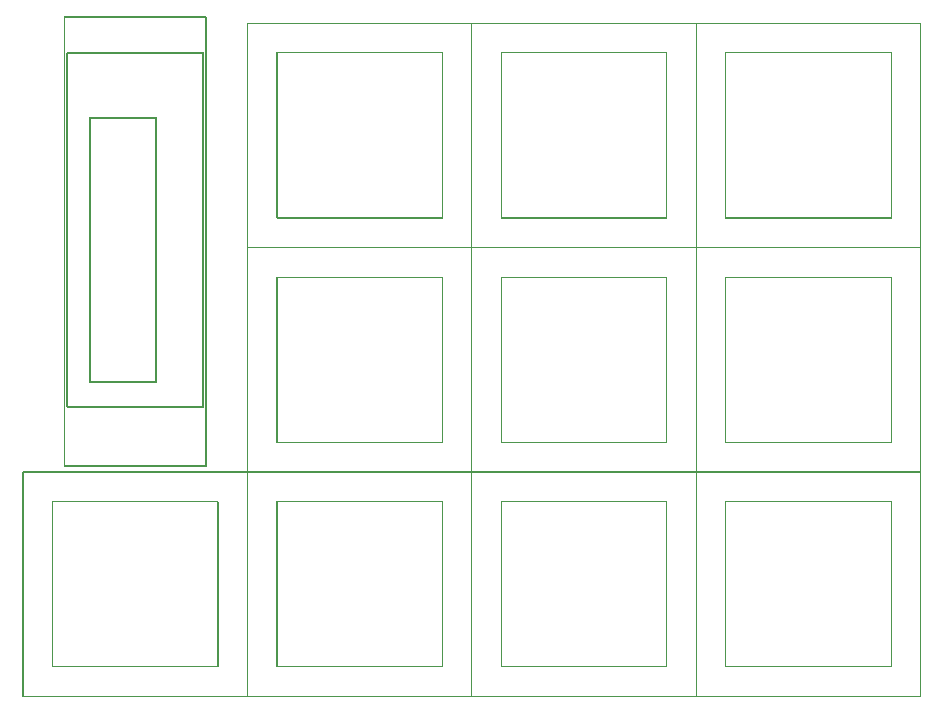
<source format=gbr>
G04 pcbflow Gerber RS-274X export*
G75*
%MOMM*%
%FSLAX34Y34*%
%LPD*%
%INTop Documentation*%
%IPPOS*%
%AMOC8*
5,1,8,0,0,1.08239X$1,22.5*%
G01*
%ADD10C,0.010000*%
%TF.FileFunction,AssemblyDrawing,Top*%G36*
X-000500Y0000000D02*
X-000500Y0000000D01*
X-000500Y0190000D01*
X-000462Y0190191D01*
X-000354Y0190354D01*
X-000191Y0190462D01*
X0000000Y0190500D01*
X0000000Y0190500D01*
X0094625Y0190500D01*
X0094625Y0189500D01*
X0000500Y0189500D01*
X0000500Y0000500D01*
X0094625Y0000500D01*
X0094625Y-000500D01*
X0000000Y-000500D01*
X0000000Y-000500D01*
X-000020Y-000496D01*
X-000191Y-000462D01*
X-000191Y-000462D01*
X-000191Y-000462D01*
X-000313Y-000381D01*
X-000354Y-000354D01*
X-000354Y-000354D01*
X-000354Y-000354D01*
X-000462Y-000191D01*
X-000462Y-000191D01*
X-000490Y-000048D01*
X-000500Y0000000D01*
G37*

G36*
X0189500Y0190500D02*
X0189500Y0380000D01*
X0189500Y0570000D01*
X0189538Y0570191D01*
X0189646Y0570354D01*
X0189750Y0570423D01*
X0189750Y-000500D01*
X0094625Y-000500D01*
X0094625Y0000500D01*
X0189500Y0000500D01*
X0189500Y0189500D01*
X0094625Y0189500D01*
X0094625Y0190500D01*
X0189500Y0190500D01*
G37*

G36*
X0190000Y0570500D02*
X0284875Y0570500D01*
X0284875Y0569500D01*
X0190500Y0569500D01*
X0190500Y0380500D01*
X0284875Y0380500D01*
X0284875Y0379500D01*
X0190500Y0379500D01*
X0190500Y0190500D01*
X0284875Y0190500D01*
X0284875Y0189500D01*
X0190500Y0189500D01*
X0190500Y0000500D01*
X0284875Y0000500D01*
X0284875Y-000500D01*
X0190000Y-000500D01*
X0189750Y-000500D01*
X0189750Y0570423D01*
X0189809Y0570462D01*
X0190000Y0570500D01*
G37*

G36*
X0380000Y0570500D02*
X0380000Y-000500D01*
X0284875Y-000500D01*
X0284875Y0000500D01*
X0379500Y0000500D01*
X0379500Y0189500D01*
X0284875Y0189500D01*
X0284875Y0190500D01*
X0379500Y0190500D01*
X0379500Y0379500D01*
X0284875Y0379500D01*
X0284875Y0380500D01*
X0379500Y0380500D01*
X0379500Y0569500D01*
X0284875Y0569500D01*
X0284875Y0570500D01*
X0380000Y0570500D01*
G37*

G36*
X0380000Y-000500D02*
X0380000Y0570500D01*
X0475125Y0570500D01*
X0475125Y0569500D01*
X0380500Y0569500D01*
X0380500Y0380500D01*
X0475125Y0380500D01*
X0475125Y0379500D01*
X0380500Y0379500D01*
X0380500Y0190500D01*
X0475125Y0190500D01*
X0475125Y0189500D01*
X0380500Y0189500D01*
X0380500Y0000500D01*
X0475125Y0000500D01*
X0475125Y-000500D01*
X0380000Y-000500D01*
G37*

G36*
X0570250Y-000500D02*
X0570000Y-000500D01*
X0475125Y-000500D01*
X0475125Y0000500D01*
X0569500Y0000500D01*
X0569500Y0189500D01*
X0475125Y0189500D01*
X0475125Y0190500D01*
X0569500Y0190500D01*
X0569500Y0379500D01*
X0475125Y0379500D01*
X0475125Y0380500D01*
X0569500Y0380500D01*
X0569500Y0569500D01*
X0475125Y0569500D01*
X0475125Y0570500D01*
X0570000Y0570500D01*
X0570250Y0570500D01*
X0570250Y-000500D01*
G37*

G36*
X0570250Y-000500D02*
X0570250Y0570500D01*
X0665375Y0570500D01*
X0665375Y0569500D01*
X0570500Y0569500D01*
X0570500Y0380500D01*
X0665375Y0380500D01*
X0665375Y0379500D01*
X0570500Y0379500D01*
X0570500Y0190500D01*
X0665375Y0190500D01*
X0665375Y0189500D01*
X0570500Y0189500D01*
X0570500Y0000500D01*
X0665375Y0000500D01*
X0665375Y-000500D01*
X0570250Y-000500D01*
G37*

G36*
X0760191Y0570462D02*
X0760354Y0570354D01*
X0760462Y0570191D01*
X0760500Y0570000D01*
X0760500Y0380000D01*
X0760500Y0190000D01*
X0760500Y0000000D01*
X0760462Y-000191D01*
X0760354Y-000354D01*
X0760191Y-000462D01*
X0760000Y-000500D01*
X0665375Y-000500D01*
X0665375Y0000500D01*
X0759500Y0000500D01*
X0759500Y0189500D01*
X0665375Y0189500D01*
X0665375Y0190500D01*
X0759500Y0190500D01*
X0759500Y0379500D01*
X0665375Y0379500D01*
X0665375Y0380500D01*
X0759500Y0380500D01*
X0759500Y0569500D01*
X0665375Y0569500D01*
X0665375Y0570500D01*
X0760000Y0570500D01*
X0760191Y0570462D01*
G37*

G36*
X0025000Y0024500D02*
X0024809Y0024538D01*
X0024646Y0024646D01*
X0024538Y0024809D01*
X0024500Y0025000D01*
X0024500Y0165000D01*
X0024538Y0165191D01*
X0024646Y0165354D01*
X0024809Y0165462D01*
X0025000Y0165500D01*
X0095000Y0165500D01*
X0095000Y0164500D01*
X0025500Y0164500D01*
X0025500Y0025500D01*
X0095000Y0025500D01*
X0095000Y0024500D01*
X0025000Y0024500D01*
G37*

G36*
X0095000Y0024500D02*
X0095000Y0025500D01*
X0164500Y0025500D01*
X0164500Y0164500D01*
X0095000Y0164500D01*
X0095000Y0165500D01*
X0165000Y0165500D01*
X0165191Y0165462D01*
X0165354Y0165354D01*
X0165462Y0165191D01*
X0165500Y0165000D01*
X0165500Y0025000D01*
X0165462Y0024809D01*
X0165354Y0024646D01*
X0165191Y0024538D01*
X0165000Y0024500D01*
X0095000Y0024500D01*
G37*

G36*
X0035000Y0194250D02*
X0035000Y0194250D01*
X0035000Y0194250D01*
X0034927Y0194257D01*
X0034854Y0194264D01*
X0034854Y0194264D01*
X0034854Y0194264D01*
X0034783Y0194286D01*
X0034713Y0194307D01*
X0034713Y0194307D01*
X0034713Y0194307D01*
X0034648Y0194342D01*
X0034583Y0194376D01*
X0034583Y0194376D01*
X0034583Y0194376D01*
X0034527Y0194423D01*
X0034470Y0194470D01*
X0034470Y0194470D01*
X0034470Y0194470D01*
X0034423Y0194526D01*
X0034376Y0194583D01*
X0034376Y0194583D01*
X0034376Y0194583D01*
X0034342Y0194648D01*
X0034307Y0194713D01*
X0034307Y0194713D01*
X0034307Y0194713D01*
X0034286Y0194783D01*
X0034264Y0194854D01*
X0034264Y0194854D01*
X0034264Y0194854D01*
X0034257Y0194927D01*
X0034250Y0195000D01*
X0034250Y0195000D01*
X0034250Y0195000D01*
X0034250Y0575000D01*
X0034264Y0575146D01*
X0034307Y0575287D01*
X0034376Y0575417D01*
X0034470Y0575530D01*
X0034583Y0575624D01*
X0034713Y0575693D01*
X0034854Y0575736D01*
X0035000Y0575750D01*
X0095000Y0575750D01*
X0095000Y0574250D01*
X0035750Y0574250D01*
X0035750Y0195750D01*
X0095000Y0195750D01*
X0095000Y0194250D01*
X0035000Y0194250D01*
G37*

G36*
X0155714Y0194783D02*
X0155693Y0194713D01*
X0155693Y0194713D01*
X0155693Y0194713D01*
X0155658Y0194648D01*
X0155624Y0194583D01*
X0155624Y0194583D01*
X0155624Y0194583D01*
X0155577Y0194527D01*
X0155530Y0194470D01*
X0155530Y0194470D01*
X0155530Y0194470D01*
X0155474Y0194423D01*
X0155417Y0194376D01*
X0155417Y0194376D01*
X0155417Y0194376D01*
X0155352Y0194342D01*
X0155287Y0194307D01*
X0155287Y0194307D01*
X0155287Y0194307D01*
X0155217Y0194286D01*
X0155146Y0194264D01*
X0155146Y0194264D01*
X0155146Y0194264D01*
X0155073Y0194257D01*
X0155000Y0194250D01*
X0095000Y0194250D01*
X0095000Y0195750D01*
X0154250Y0195750D01*
X0154250Y0574250D01*
X0095000Y0574250D01*
X0095000Y0575750D01*
X0155000Y0575750D01*
X0155146Y0575736D01*
X0155287Y0575693D01*
X0155417Y0575624D01*
X0155530Y0575530D01*
X0155624Y0575417D01*
X0155693Y0575287D01*
X0155736Y0575146D01*
X0155750Y0575000D01*
X0155750Y0195000D01*
X0155750Y0195000D01*
X0155743Y0194927D01*
X0155736Y0194854D01*
X0155736Y0194854D01*
X0155736Y0194854D01*
X0155714Y0194783D01*
G37*

G36*
X0037500Y0244250D02*
X0037500Y0244250D01*
X0037500Y0244250D01*
X0037427Y0244257D01*
X0037354Y0244264D01*
X0037354Y0244264D01*
X0037354Y0244264D01*
X0037283Y0244286D01*
X0037213Y0244307D01*
X0037213Y0244307D01*
X0037213Y0244307D01*
X0037148Y0244342D01*
X0037083Y0244376D01*
X0037083Y0244376D01*
X0037083Y0244376D01*
X0037027Y0244423D01*
X0036970Y0244470D01*
X0036970Y0244470D01*
X0036970Y0244470D01*
X0036923Y0244526D01*
X0036876Y0244583D01*
X0036876Y0244583D01*
X0036876Y0244583D01*
X0036842Y0244648D01*
X0036807Y0244713D01*
X0036807Y0244713D01*
X0036807Y0244713D01*
X0036786Y0244783D01*
X0036764Y0244854D01*
X0036764Y0244854D01*
X0036764Y0244854D01*
X0036757Y0244927D01*
X0036750Y0245000D01*
X0036750Y0245000D01*
X0036750Y0245000D01*
X0036750Y0545000D01*
X0036764Y0545146D01*
X0036807Y0545287D01*
X0036876Y0545417D01*
X0036970Y0545530D01*
X0037083Y0545624D01*
X0037213Y0545693D01*
X0037354Y0545736D01*
X0037500Y0545750D01*
X0095000Y0545750D01*
X0095000Y0544250D01*
X0038250Y0544250D01*
X0038250Y0245750D01*
X0095000Y0245750D01*
X0095000Y0244250D01*
X0037500Y0244250D01*
G37*

G36*
X0153214Y0244783D02*
X0153193Y0244713D01*
X0153193Y0244713D01*
X0153193Y0244713D01*
X0153158Y0244648D01*
X0153124Y0244583D01*
X0153124Y0244583D01*
X0153124Y0244583D01*
X0153077Y0244526D01*
X0153030Y0244470D01*
X0153030Y0244470D01*
X0153030Y0244470D01*
X0152974Y0244423D01*
X0152917Y0244376D01*
X0152917Y0244376D01*
X0152917Y0244376D01*
X0152852Y0244342D01*
X0152787Y0244307D01*
X0152787Y0244307D01*
X0152787Y0244307D01*
X0152717Y0244286D01*
X0152646Y0244264D01*
X0152646Y0244264D01*
X0152646Y0244264D01*
X0152573Y0244257D01*
X0152500Y0244250D01*
X0095000Y0244250D01*
X0095000Y0245750D01*
X0151750Y0245750D01*
X0151750Y0544250D01*
X0095000Y0544250D01*
X0095000Y0545750D01*
X0152500Y0545750D01*
X0152646Y0545736D01*
X0152787Y0545693D01*
X0152917Y0545624D01*
X0153030Y0545530D01*
X0153124Y0545417D01*
X0153193Y0545287D01*
X0153236Y0545146D01*
X0153250Y0545000D01*
X0153250Y0245000D01*
X0153250Y0245000D01*
X0153243Y0244927D01*
X0153236Y0244854D01*
X0153236Y0244854D01*
X0153236Y0244854D01*
X0153214Y0244783D01*
G37*

G36*
X0056600Y0265250D02*
X0056454Y0265264D01*
X0056313Y0265307D01*
X0056183Y0265376D01*
X0056070Y0265470D01*
X0055976Y0265583D01*
X0055907Y0265713D01*
X0055864Y0265854D01*
X0055850Y0266000D01*
X0055850Y0489800D01*
X0055864Y0489946D01*
X0055907Y0490087D01*
X0055976Y0490217D01*
X0056070Y0490330D01*
X0056183Y0490424D01*
X0056313Y0490493D01*
X0056454Y0490536D01*
X0056600Y0490550D01*
X0084500Y0490550D01*
X0084500Y0489050D01*
X0057350Y0489050D01*
X0057350Y0266750D01*
X0084500Y0266750D01*
X0084500Y0265250D01*
X0056600Y0265250D01*
G37*

G36*
X0112546Y0265264D02*
X0112400Y0265250D01*
X0084500Y0265250D01*
X0084500Y0266750D01*
X0111650Y0266750D01*
X0111650Y0489050D01*
X0084500Y0489050D01*
X0084500Y0490550D01*
X0112400Y0490550D01*
X0112546Y0490536D01*
X0112687Y0490493D01*
X0112817Y0490424D01*
X0112930Y0490330D01*
X0113024Y0490217D01*
X0113093Y0490087D01*
X0113136Y0489946D01*
X0113150Y0489800D01*
X0113150Y0266000D01*
X0113136Y0265854D01*
X0113093Y0265713D01*
X0113024Y0265583D01*
X0112930Y0265470D01*
X0112817Y0265376D01*
X0112687Y0265307D01*
X0112546Y0265264D01*
G37*

G36*
X0214809Y0024538D02*
X0214646Y0024646D01*
X0214538Y0024809D01*
X0214500Y0025000D01*
X0214500Y0165000D01*
X0214538Y0165191D01*
X0214646Y0165354D01*
X0214809Y0165462D01*
X0215000Y0165500D01*
X0285000Y0165500D01*
X0285000Y0164500D01*
X0215500Y0164500D01*
X0215500Y0025500D01*
X0285000Y0025500D01*
X0285000Y0024500D01*
X0215000Y0024500D01*
X0214809Y0024538D01*
G37*

G36*
X0355000Y0165500D02*
X0355191Y0165462D01*
X0355354Y0165354D01*
X0355462Y0165191D01*
X0355500Y0165000D01*
X0355500Y0025000D01*
X0355462Y0024809D01*
X0355354Y0024646D01*
X0355191Y0024538D01*
X0355000Y0024500D01*
X0285000Y0024500D01*
X0285000Y0025500D01*
X0354500Y0025500D01*
X0354500Y0164500D01*
X0285000Y0164500D01*
X0285000Y0165500D01*
X0355000Y0165500D01*
G37*

G36*
X0214646Y0214646D02*
X0214538Y0214809D01*
X0214500Y0215000D01*
X0214500Y0355000D01*
X0214538Y0355191D01*
X0214646Y0355354D01*
X0214809Y0355462D01*
X0215000Y0355500D01*
X0285000Y0355500D01*
X0285000Y0354500D01*
X0215500Y0354500D01*
X0215500Y0215500D01*
X0285000Y0215500D01*
X0285000Y0214500D01*
X0215000Y0214500D01*
X0214809Y0214538D01*
X0214646Y0214646D01*
G37*

G36*
X0355000Y0355500D02*
X0355191Y0355462D01*
X0355354Y0355354D01*
X0355462Y0355191D01*
X0355500Y0355000D01*
X0355500Y0215000D01*
X0355462Y0214809D01*
X0355354Y0214646D01*
X0355191Y0214538D01*
X0355000Y0214500D01*
X0285000Y0214500D01*
X0285000Y0215500D01*
X0354500Y0215500D01*
X0354500Y0354500D01*
X0285000Y0354500D01*
X0285000Y0355500D01*
X0355000Y0355500D01*
G37*

G36*
X0215000Y0404500D02*
X0214809Y0404538D01*
X0214646Y0404646D01*
X0214538Y0404809D01*
X0214500Y0405000D01*
X0214500Y0545000D01*
X0214538Y0545191D01*
X0214646Y0545354D01*
X0214809Y0545462D01*
X0215000Y0545500D01*
X0285000Y0545500D01*
X0285000Y0544500D01*
X0215500Y0544500D01*
X0215500Y0405500D01*
X0285000Y0405500D01*
X0285000Y0404500D01*
X0215000Y0404500D01*
G37*

G36*
X0285000Y0404500D02*
X0285000Y0405500D01*
X0354500Y0405500D01*
X0354500Y0544500D01*
X0285000Y0544500D01*
X0285000Y0545500D01*
X0355000Y0545500D01*
X0355191Y0545462D01*
X0355354Y0545354D01*
X0355462Y0545191D01*
X0355500Y0545000D01*
X0355500Y0405000D01*
X0355462Y0404809D01*
X0355354Y0404646D01*
X0355191Y0404538D01*
X0355000Y0404500D01*
X0285000Y0404500D01*
G37*

G36*
X0405000Y0024500D02*
X0404809Y0024538D01*
X0404646Y0024646D01*
X0404538Y0024809D01*
X0404500Y0025000D01*
X0404500Y0165000D01*
X0404538Y0165191D01*
X0404646Y0165354D01*
X0404809Y0165462D01*
X0405000Y0165500D01*
X0475000Y0165500D01*
X0475000Y0164500D01*
X0405500Y0164500D01*
X0405500Y0025500D01*
X0475000Y0025500D01*
X0475000Y0024500D01*
X0405000Y0024500D01*
G37*

G36*
X0475000Y0024500D02*
X0475000Y0025500D01*
X0544500Y0025500D01*
X0544500Y0164500D01*
X0475000Y0164500D01*
X0475000Y0165500D01*
X0545000Y0165500D01*
X0545191Y0165462D01*
X0545354Y0165354D01*
X0545462Y0165191D01*
X0545500Y0165000D01*
X0545500Y0025000D01*
X0545462Y0024809D01*
X0545354Y0024646D01*
X0545191Y0024538D01*
X0545000Y0024500D01*
X0475000Y0024500D01*
G37*

G36*
X0405000Y0214500D02*
X0404809Y0214538D01*
X0404646Y0214646D01*
X0404538Y0214809D01*
X0404500Y0215000D01*
X0404500Y0355000D01*
X0404538Y0355191D01*
X0404646Y0355354D01*
X0404809Y0355462D01*
X0405000Y0355500D01*
X0475000Y0355500D01*
X0475000Y0354500D01*
X0405500Y0354500D01*
X0405500Y0215500D01*
X0475000Y0215500D01*
X0475000Y0214500D01*
X0405000Y0214500D01*
G37*

G36*
X0545000Y0214500D02*
X0475000Y0214500D01*
X0475000Y0215500D01*
X0544500Y0215500D01*
X0544500Y0354500D01*
X0475000Y0354500D01*
X0475000Y0355500D01*
X0545000Y0355500D01*
X0545191Y0355462D01*
X0545354Y0355354D01*
X0545462Y0355191D01*
X0545500Y0355000D01*
X0545500Y0215000D01*
X0545462Y0214809D01*
X0545354Y0214646D01*
X0545191Y0214538D01*
X0545000Y0214500D01*
G37*

G36*
X0404646Y0404646D02*
X0404538Y0404809D01*
X0404500Y0405000D01*
X0404500Y0545000D01*
X0404538Y0545191D01*
X0404646Y0545354D01*
X0404809Y0545462D01*
X0405000Y0545500D01*
X0475000Y0545500D01*
X0475000Y0544500D01*
X0405500Y0544500D01*
X0405500Y0405500D01*
X0475000Y0405500D01*
X0475000Y0404500D01*
X0405000Y0404500D01*
X0404809Y0404538D01*
X0404646Y0404646D01*
G37*

G36*
X0545000Y0545500D02*
X0545191Y0545462D01*
X0545354Y0545354D01*
X0545462Y0545191D01*
X0545500Y0545000D01*
X0545500Y0405000D01*
X0545462Y0404809D01*
X0545354Y0404646D01*
X0545191Y0404538D01*
X0545000Y0404500D01*
X0475000Y0404500D01*
X0475000Y0405500D01*
X0544500Y0405500D01*
X0544500Y0544500D01*
X0475000Y0544500D01*
X0475000Y0545500D01*
X0545000Y0545500D01*
G37*

G36*
X0594809Y0024538D02*
X0594646Y0024646D01*
X0594538Y0024809D01*
X0594500Y0025000D01*
X0594500Y0165000D01*
X0594538Y0165191D01*
X0594646Y0165354D01*
X0594809Y0165462D01*
X0595000Y0165500D01*
X0665000Y0165500D01*
X0665000Y0164500D01*
X0595500Y0164500D01*
X0595500Y0025500D01*
X0665000Y0025500D01*
X0665000Y0024500D01*
X0595000Y0024500D01*
X0594809Y0024538D01*
G37*

G36*
X0735000Y0165500D02*
X0735191Y0165462D01*
X0735354Y0165354D01*
X0735462Y0165191D01*
X0735500Y0165000D01*
X0735500Y0025000D01*
X0735462Y0024809D01*
X0735354Y0024646D01*
X0735191Y0024538D01*
X0735000Y0024500D01*
X0665000Y0024500D01*
X0665000Y0025500D01*
X0734500Y0025500D01*
X0734500Y0164500D01*
X0665000Y0164500D01*
X0665000Y0165500D01*
X0735000Y0165500D01*
G37*

G36*
X0595000Y0214500D02*
X0594809Y0214538D01*
X0594646Y0214646D01*
X0594538Y0214809D01*
X0594500Y0215000D01*
X0594500Y0355000D01*
X0594538Y0355191D01*
X0594646Y0355354D01*
X0594809Y0355462D01*
X0595000Y0355500D01*
X0665000Y0355500D01*
X0665000Y0354500D01*
X0595500Y0354500D01*
X0595500Y0215500D01*
X0665000Y0215500D01*
X0665000Y0214500D01*
X0595000Y0214500D01*
G37*

G36*
X0735000Y0214500D02*
X0665000Y0214500D01*
X0665000Y0215500D01*
X0734500Y0215500D01*
X0734500Y0354500D01*
X0665000Y0354500D01*
X0665000Y0355500D01*
X0735000Y0355500D01*
X0735191Y0355462D01*
X0735354Y0355354D01*
X0735462Y0355191D01*
X0735500Y0355000D01*
X0735500Y0215000D01*
X0735462Y0214809D01*
X0735354Y0214646D01*
X0735191Y0214538D01*
X0735000Y0214500D01*
G37*

G36*
X0595000Y0404500D02*
X0594809Y0404538D01*
X0594646Y0404646D01*
X0594538Y0404809D01*
X0594500Y0405000D01*
X0594500Y0545000D01*
X0594538Y0545191D01*
X0594646Y0545354D01*
X0594809Y0545462D01*
X0595000Y0545500D01*
X0665000Y0545500D01*
X0665000Y0544500D01*
X0595500Y0544500D01*
X0595500Y0405500D01*
X0665000Y0405500D01*
X0665000Y0404500D01*
X0595000Y0404500D01*
G37*

G36*
X0665000Y0404500D02*
X0665000Y0405500D01*
X0734500Y0405500D01*
X0734500Y0544500D01*
X0665000Y0544500D01*
X0665000Y0545500D01*
X0735000Y0545500D01*
X0735191Y0545462D01*
X0735354Y0545354D01*
X0735462Y0545191D01*
X0735500Y0545000D01*
X0735500Y0405000D01*
X0735462Y0404809D01*
X0735354Y0404646D01*
X0735191Y0404538D01*
X0735000Y0404500D01*
X0665000Y0404500D01*
G37*

M02*

</source>
